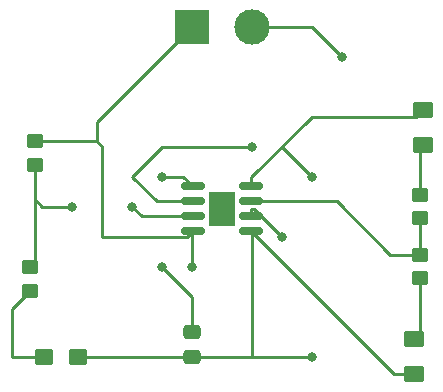
<source format=gbr>
%TF.GenerationSoftware,KiCad,Pcbnew,(6.0.10)*%
%TF.CreationDate,2023-02-17T09:14:47-08:00*%
%TF.ProjectId,555 Timer,35353520-5469-46d6-9572-2e6b69636164,rev?*%
%TF.SameCoordinates,Original*%
%TF.FileFunction,Copper,L1,Top*%
%TF.FilePolarity,Positive*%
%FSLAX46Y46*%
G04 Gerber Fmt 4.6, Leading zero omitted, Abs format (unit mm)*
G04 Created by KiCad (PCBNEW (6.0.10)) date 2023-02-17 09:14:47*
%MOMM*%
%LPD*%
G01*
G04 APERTURE LIST*
G04 Aperture macros list*
%AMRoundRect*
0 Rectangle with rounded corners*
0 $1 Rounding radius*
0 $2 $3 $4 $5 $6 $7 $8 $9 X,Y pos of 4 corners*
0 Add a 4 corners polygon primitive as box body*
4,1,4,$2,$3,$4,$5,$6,$7,$8,$9,$2,$3,0*
0 Add four circle primitives for the rounded corners*
1,1,$1+$1,$2,$3*
1,1,$1+$1,$4,$5*
1,1,$1+$1,$6,$7*
1,1,$1+$1,$8,$9*
0 Add four rect primitives between the rounded corners*
20,1,$1+$1,$2,$3,$4,$5,0*
20,1,$1+$1,$4,$5,$6,$7,0*
20,1,$1+$1,$6,$7,$8,$9,0*
20,1,$1+$1,$8,$9,$2,$3,0*%
G04 Aperture macros list end*
%TA.AperFunction,SMDPad,CuDef*%
%ADD10RoundRect,0.250000X-0.537500X-0.425000X0.537500X-0.425000X0.537500X0.425000X-0.537500X0.425000X0*%
%TD*%
%TA.AperFunction,ComponentPad*%
%ADD11R,3.000000X3.000000*%
%TD*%
%TA.AperFunction,ComponentPad*%
%ADD12C,3.000000*%
%TD*%
%TA.AperFunction,SMDPad,CuDef*%
%ADD13RoundRect,0.250000X-0.450000X0.350000X-0.450000X-0.350000X0.450000X-0.350000X0.450000X0.350000X0*%
%TD*%
%TA.AperFunction,SMDPad,CuDef*%
%ADD14RoundRect,0.250001X0.624999X-0.462499X0.624999X0.462499X-0.624999X0.462499X-0.624999X-0.462499X0*%
%TD*%
%TA.AperFunction,SMDPad,CuDef*%
%ADD15RoundRect,0.150000X0.825000X0.150000X-0.825000X0.150000X-0.825000X-0.150000X0.825000X-0.150000X0*%
%TD*%
%TA.AperFunction,SMDPad,CuDef*%
%ADD16R,2.290000X3.000000*%
%TD*%
%TA.AperFunction,SMDPad,CuDef*%
%ADD17RoundRect,0.250000X-0.475000X0.337500X-0.475000X-0.337500X0.475000X-0.337500X0.475000X0.337500X0*%
%TD*%
%TA.AperFunction,ViaPad*%
%ADD18C,0.800000*%
%TD*%
%TA.AperFunction,Conductor*%
%ADD19C,0.250000*%
%TD*%
G04 APERTURE END LIST*
D10*
%TO.P,C1,1*%
%TO.N,/pin 2*%
X134782500Y-109220000D03*
%TO.P,C1,2*%
%TO.N,GND*%
X137657500Y-109220000D03*
%TD*%
D11*
%TO.P,J1,1,Pin_1*%
%TO.N,+9V*%
X147320000Y-81280000D03*
D12*
%TO.P,J1,2,Pin_2*%
%TO.N,GND*%
X152400000Y-81280000D03*
%TD*%
D13*
%TO.P,R4,1*%
%TO.N,/pin 3*%
X166640000Y-100600000D03*
%TO.P,R4,2*%
%TO.N,Net-(D2-Pad2)*%
X166640000Y-102600000D03*
%TD*%
%TO.P,R3,1*%
%TO.N,Net-(LED1-Pad1)*%
X166640000Y-95520000D03*
%TO.P,R3,2*%
%TO.N,/pin 3*%
X166640000Y-97520000D03*
%TD*%
D14*
%TO.P,D2,1,K*%
%TO.N,GND*%
X166152500Y-110707500D03*
%TO.P,D2,2,A*%
%TO.N,Net-(D2-Pad2)*%
X166152500Y-107732500D03*
%TD*%
%TO.P,LED1,1,K*%
%TO.N,Net-(LED1-Pad1)*%
X166840000Y-91327500D03*
%TO.P,LED1,2,A*%
%TO.N,+9V*%
X166840000Y-88352500D03*
%TD*%
D15*
%TO.P,U1,1,GND*%
%TO.N,GND*%
X152335000Y-98592500D03*
%TO.P,U1,2,TR*%
%TO.N,/pin_2*%
X152335000Y-97322500D03*
%TO.P,U1,3,Q*%
%TO.N,/pin 3*%
X152335000Y-96052500D03*
%TO.P,U1,4,R*%
%TO.N,+9V*%
X152335000Y-94782500D03*
%TO.P,U1,5,CV*%
%TO.N,Net-(C2-Pad1)*%
X147385000Y-94782500D03*
%TO.P,U1,6,THR*%
%TO.N,/pin_2*%
X147385000Y-96052500D03*
%TO.P,U1,7,DIS*%
%TO.N,/pin 7*%
X147385000Y-97322500D03*
%TO.P,U1,8,VCC*%
%TO.N,+9V*%
X147385000Y-98592500D03*
D16*
%TO.P,U1,9*%
%TO.N,N/C*%
X149860000Y-96687500D03*
%TD*%
D13*
%TO.P,R1,1*%
%TO.N,+9V*%
X133995000Y-90980000D03*
%TO.P,R1,2*%
%TO.N,/pin 7*%
X133995000Y-92980000D03*
%TD*%
D17*
%TO.P,C2,1*%
%TO.N,Net-(C2-Pad1)*%
X147320000Y-107145000D03*
%TO.P,C2,2*%
%TO.N,GND*%
X147320000Y-109220000D03*
%TD*%
D13*
%TO.P,R2,1*%
%TO.N,/pin 7*%
X133620000Y-101665000D03*
%TO.P,R2,2*%
%TO.N,/pin 2*%
X133620000Y-103665000D03*
%TD*%
D18*
%TO.N,GND*%
X157480000Y-109220000D03*
X160020000Y-83820000D03*
%TO.N,Net-(C2-Pad1)*%
X144780000Y-93980000D03*
X144780000Y-101600000D03*
%TO.N,+9V*%
X147320000Y-101600000D03*
X157480000Y-93980000D03*
%TO.N,/pin_2*%
X152400000Y-91440000D03*
X154940000Y-99060000D03*
%TO.N,/pin 7*%
X137160000Y-96520000D03*
X142240000Y-96520000D03*
%TD*%
D19*
%TO.N,/pin 2*%
X132080000Y-105205000D02*
X133620000Y-103665000D01*
X134782500Y-109220000D02*
X132080000Y-109220000D01*
X132080000Y-109220000D02*
X132080000Y-105205000D01*
%TO.N,GND*%
X164450000Y-110707500D02*
X166152500Y-110707500D01*
X152335000Y-98592500D02*
X152400000Y-98657500D01*
X157480000Y-81280000D02*
X160020000Y-83820000D01*
X157480000Y-109220000D02*
X152400000Y-109220000D01*
X152400000Y-109220000D02*
X147320000Y-109220000D01*
X137657500Y-109220000D02*
X147320000Y-109220000D01*
X152400000Y-98657500D02*
X152400000Y-109220000D01*
X152400000Y-81280000D02*
X157480000Y-81280000D01*
X152335000Y-98592500D02*
X164450000Y-110707500D01*
%TO.N,Net-(C2-Pad1)*%
X147385000Y-94782500D02*
X146582500Y-93980000D01*
X147320000Y-104140000D02*
X147320000Y-107145000D01*
X146582500Y-93980000D02*
X144780000Y-93980000D01*
X144780000Y-101600000D02*
X147320000Y-104140000D01*
%TO.N,Net-(D2-Pad2)*%
X166152500Y-107732500D02*
X166640000Y-107245000D01*
X166640000Y-107245000D02*
X166640000Y-102600000D01*
%TO.N,+9V*%
X147385000Y-98592500D02*
X147320000Y-98657500D01*
X139700000Y-91440000D02*
X139700000Y-99060000D01*
X166840000Y-88352500D02*
X166292500Y-88900000D01*
X152335000Y-94045000D02*
X152335000Y-94782500D01*
X146917500Y-99060000D02*
X147385000Y-98592500D01*
X139240000Y-89360000D02*
X139240000Y-90980000D01*
X139240000Y-90980000D02*
X139700000Y-91440000D01*
X157480000Y-88900000D02*
X152335000Y-94045000D01*
X147320000Y-98657500D02*
X147320000Y-101600000D01*
X133995000Y-90980000D02*
X139240000Y-90980000D01*
X157480000Y-93980000D02*
X154940000Y-91440000D01*
X139700000Y-99060000D02*
X146917500Y-99060000D01*
X147320000Y-81280000D02*
X139240000Y-89360000D01*
X166292500Y-88900000D02*
X157480000Y-88900000D01*
%TO.N,Net-(LED1-Pad1)*%
X166840000Y-91327500D02*
X166640000Y-91527500D01*
X166640000Y-91527500D02*
X166640000Y-95520000D01*
%TO.N,/pin 3*%
X152335000Y-96052500D02*
X159552500Y-96052500D01*
X166640000Y-97520000D02*
X166640000Y-100600000D01*
X159552500Y-96052500D02*
X164100000Y-100600000D01*
X164100000Y-100600000D02*
X166640000Y-100600000D01*
%TO.N,/pin_2*%
X144780000Y-91440000D02*
X152400000Y-91440000D01*
X152335000Y-96742500D02*
X152335000Y-97322500D01*
X144312500Y-96052500D02*
X142240000Y-93980000D01*
X152557500Y-96677500D02*
X152400000Y-96677500D01*
X142240000Y-93980000D02*
X144780000Y-91440000D01*
X152400000Y-96677500D02*
X152335000Y-96742500D01*
X154940000Y-99060000D02*
X152557500Y-96677500D01*
X147385000Y-96052500D02*
X144312500Y-96052500D01*
%TO.N,/pin 7*%
X133995000Y-95895000D02*
X133995000Y-92980000D01*
X143042500Y-97322500D02*
X142240000Y-96520000D01*
X134620000Y-96520000D02*
X133995000Y-95895000D01*
X133620000Y-101665000D02*
X133995000Y-101290000D01*
X137160000Y-96520000D02*
X134620000Y-96520000D01*
X133995000Y-101290000D02*
X133995000Y-95895000D01*
X147385000Y-97322500D02*
X143042500Y-97322500D01*
%TD*%
M02*

</source>
